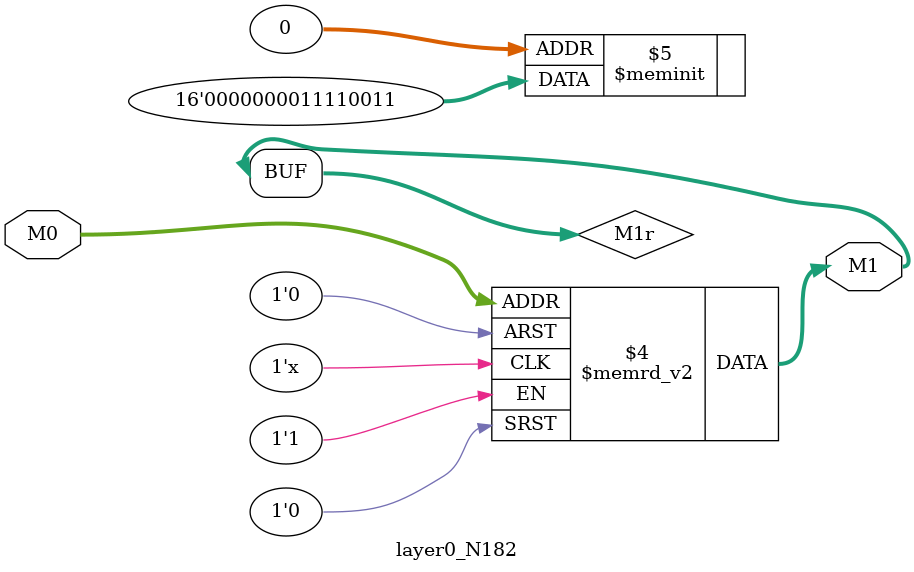
<source format=v>
module layer0_N182 ( input [2:0] M0, output [1:0] M1 );

	(*rom_style = "distributed" *) reg [1:0] M1r;
	assign M1 = M1r;
	always @ (M0) begin
		case (M0)
			3'b000: M1r = 2'b11;
			3'b100: M1r = 2'b00;
			3'b010: M1r = 2'b11;
			3'b110: M1r = 2'b00;
			3'b001: M1r = 2'b00;
			3'b101: M1r = 2'b00;
			3'b011: M1r = 2'b11;
			3'b111: M1r = 2'b00;

		endcase
	end
endmodule

</source>
